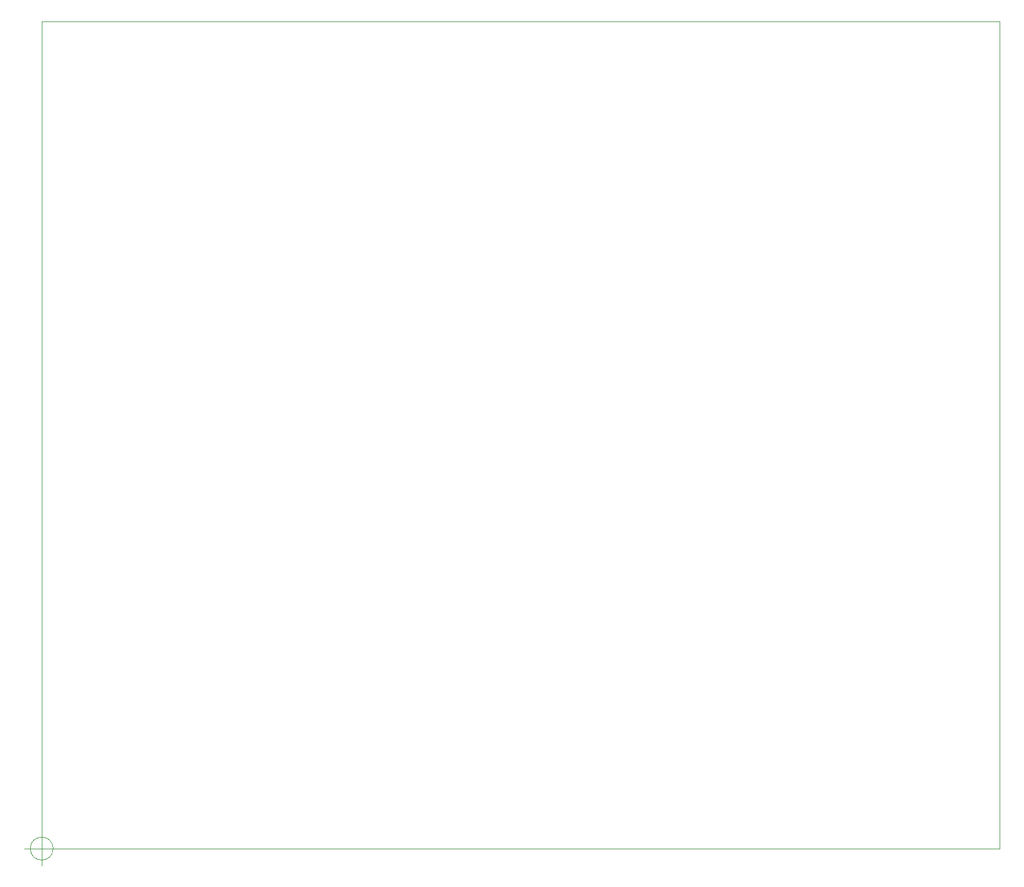
<source format=gm1>
G04 #@! TF.GenerationSoftware,KiCad,Pcbnew,(5.1.8)-1*
G04 #@! TF.CreationDate,2021-01-01T13:05:33+09:00*
G04 #@! TF.ProjectId,mifune_TE0890_local_board,6d696675-6e65-45f5-9445-303839305f6c,0.1*
G04 #@! TF.SameCoordinates,Original*
G04 #@! TF.FileFunction,Profile,NP*
%FSLAX46Y46*%
G04 Gerber Fmt 4.6, Leading zero omitted, Abs format (unit mm)*
G04 Created by KiCad (PCBNEW (5.1.8)-1) date 2021-01-01 13:05:33*
%MOMM*%
%LPD*%
G01*
G04 APERTURE LIST*
G04 #@! TA.AperFunction,Profile*
%ADD10C,0.050000*%
G04 #@! TD*
G04 APERTURE END LIST*
D10*
X39766666Y-152400000D02*
G75*
G03*
X39766666Y-152400000I-1666666J0D01*
G01*
X35600000Y-152400000D02*
X40600000Y-152400000D01*
X38100000Y-149900000D02*
X38100000Y-154900000D01*
X38100000Y-31750000D02*
X177800000Y-31750000D01*
X38100000Y-152400000D02*
X38100000Y-31750000D01*
X177800000Y-152400000D02*
X38100000Y-152400000D01*
X177800000Y-31750000D02*
X177800000Y-152400000D01*
M02*

</source>
